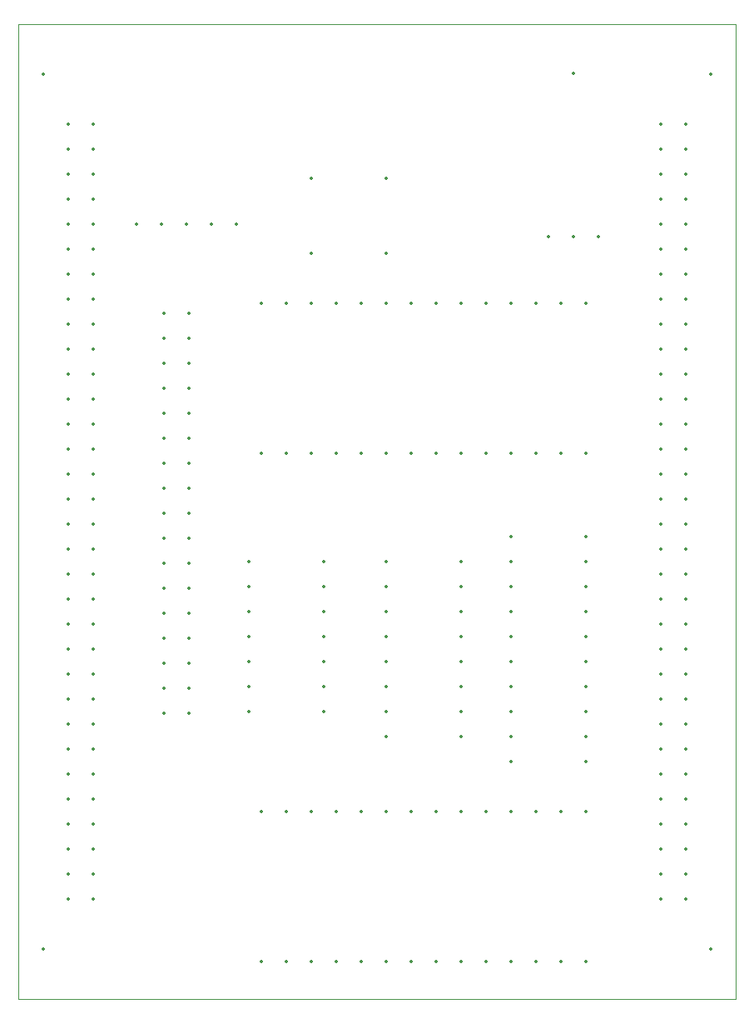
<source format=gbr>
%TF.GenerationSoftware,KiCad,Pcbnew,8.0.5+1*%
%TF.CreationDate,2024-11-07T11:26:01+01:00*%
%TF.ProjectId,QL_MiniTrump3,514c5f4d-696e-4695-9472-756d70332e6b,02*%
%TF.SameCoordinates,Original*%
%TF.FileFunction,Profile,NP*%
%FSLAX46Y46*%
G04 Gerber Fmt 4.6, Leading zero omitted, Abs format (unit mm)*
G04 Created by KiCad (PCBNEW 8.0.5+1) date 2024-11-07 11:26:01*
%MOMM*%
%LPD*%
G01*
G04 APERTURE LIST*
%TA.AperFunction,Profile*%
%ADD10C,0.050000*%
%TD*%
%ADD11C,0.350000*%
G04 APERTURE END LIST*
D10*
X201422000Y-44323000D02*
X128397000Y-44323000D01*
X201422000Y-143383000D02*
X201422000Y-44323000D01*
X128397000Y-44323000D02*
X128397000Y-143383000D01*
X128397000Y-143383000D02*
X201422000Y-143383000D01*
D11*
X184912000Y-49253000D03*
X182372000Y-65913000D03*
X184912000Y-65913000D03*
X187452000Y-65913000D03*
X153162000Y-139573000D03*
X155702000Y-139573000D03*
X158242000Y-139573000D03*
X160782000Y-139573000D03*
X163322000Y-139573000D03*
X165862000Y-139573000D03*
X168402000Y-139573000D03*
X170942000Y-139573000D03*
X173482000Y-139573000D03*
X176022000Y-139573000D03*
X178562000Y-139573000D03*
X181102000Y-139573000D03*
X183642000Y-139573000D03*
X186182000Y-139573000D03*
X186182000Y-124333000D03*
X183642000Y-124333000D03*
X181102000Y-124333000D03*
X178562000Y-124333000D03*
X176022000Y-124333000D03*
X173482000Y-124333000D03*
X170942000Y-124333000D03*
X168402000Y-124333000D03*
X165862000Y-124333000D03*
X163322000Y-124333000D03*
X160782000Y-124333000D03*
X158242000Y-124333000D03*
X155702000Y-124333000D03*
X153162000Y-124333000D03*
X130937000Y-138303000D03*
X130937000Y-49403000D03*
X133477000Y-54483000D03*
X133477000Y-57023000D03*
X133477000Y-59563000D03*
X133477000Y-62103000D03*
X133477000Y-64643000D03*
X133477000Y-67183000D03*
X133477000Y-69723000D03*
X133477000Y-72263000D03*
X133477000Y-74803000D03*
X133477000Y-77343000D03*
X133477000Y-79883000D03*
X133477000Y-82423000D03*
X133477000Y-84963000D03*
X133477000Y-87503000D03*
X133477000Y-90043000D03*
X133477000Y-92583000D03*
X133477000Y-95123000D03*
X133477000Y-97663000D03*
X133477000Y-100203000D03*
X133477000Y-102743000D03*
X133477000Y-105283000D03*
X133477000Y-107823000D03*
X133477000Y-110363000D03*
X133477000Y-112903000D03*
X133477000Y-115443000D03*
X133477000Y-117983000D03*
X133477000Y-120523000D03*
X133477000Y-123063000D03*
X133477000Y-125603000D03*
X133477000Y-128143000D03*
X133477000Y-130683000D03*
X133477000Y-133223000D03*
X136017000Y-54483000D03*
X136017000Y-57023000D03*
X136017000Y-59563000D03*
X136017000Y-62103000D03*
X136017000Y-64643000D03*
X136017000Y-67183000D03*
X136017000Y-69723000D03*
X136017000Y-72263000D03*
X136017000Y-74803000D03*
X136017000Y-77343000D03*
X136017000Y-79883000D03*
X136017000Y-82423000D03*
X136017000Y-84963000D03*
X136017000Y-87503000D03*
X136017000Y-90043000D03*
X136017000Y-92583000D03*
X136017000Y-95123000D03*
X136017000Y-97663000D03*
X136017000Y-100203000D03*
X136017000Y-102743000D03*
X136017000Y-105283000D03*
X136017000Y-107823000D03*
X136017000Y-110363000D03*
X136017000Y-112903000D03*
X136017000Y-115443000D03*
X136017000Y-117983000D03*
X136017000Y-120523000D03*
X136017000Y-123063000D03*
X136017000Y-125603000D03*
X136017000Y-128143000D03*
X136017000Y-130683000D03*
X136017000Y-133223000D03*
X145796000Y-114300000D03*
X143256000Y-114300000D03*
X145796000Y-111760000D03*
X143256000Y-111760000D03*
X145796000Y-109220000D03*
X143256000Y-109220000D03*
X145796000Y-106680000D03*
X143256000Y-106680000D03*
X145796000Y-104140000D03*
X143256000Y-104140000D03*
X145796000Y-101600000D03*
X143256000Y-101600000D03*
X145796000Y-99060000D03*
X143256000Y-99060000D03*
X145796000Y-96520000D03*
X143256000Y-96520000D03*
X145796000Y-93980000D03*
X143256000Y-93980000D03*
X145796000Y-91440000D03*
X143256000Y-91440000D03*
X145796000Y-88900000D03*
X143256000Y-88900000D03*
X145796000Y-86360000D03*
X143256000Y-86360000D03*
X145796000Y-83820000D03*
X143256000Y-83820000D03*
X145796000Y-81280000D03*
X143256000Y-81280000D03*
X145796000Y-78740000D03*
X143256000Y-78740000D03*
X145796000Y-76200000D03*
X143256000Y-76200000D03*
X145796000Y-73660000D03*
X143256000Y-73660000D03*
X198882000Y-49393000D03*
X198882000Y-138293000D03*
X196342000Y-54483000D03*
X196342000Y-57023000D03*
X196342000Y-59563000D03*
X196342000Y-62103000D03*
X196342000Y-64643000D03*
X196342000Y-67183000D03*
X196342000Y-69723000D03*
X196342000Y-72263000D03*
X196342000Y-74803000D03*
X196342000Y-77343000D03*
X196342000Y-79883000D03*
X196342000Y-82423000D03*
X196342000Y-84963000D03*
X196342000Y-87503000D03*
X196342000Y-90043000D03*
X196342000Y-92583000D03*
X196342000Y-95123000D03*
X196342000Y-97663000D03*
X196342000Y-100203000D03*
X196342000Y-102743000D03*
X196342000Y-105283000D03*
X196342000Y-107823000D03*
X196342000Y-110363000D03*
X196342000Y-112903000D03*
X196342000Y-115443000D03*
X196342000Y-117983000D03*
X196342000Y-120523000D03*
X196342000Y-123063000D03*
X196342000Y-125603000D03*
X196342000Y-128143000D03*
X196342000Y-130683000D03*
X196342000Y-133223000D03*
X193802000Y-54483000D03*
X193802000Y-57023000D03*
X193802000Y-59563000D03*
X193802000Y-62103000D03*
X193802000Y-64643000D03*
X193802000Y-67183000D03*
X193802000Y-69723000D03*
X193802000Y-72263000D03*
X193802000Y-74803000D03*
X193802000Y-77343000D03*
X193802000Y-79883000D03*
X193802000Y-82423000D03*
X193802000Y-84963000D03*
X193802000Y-87503000D03*
X193802000Y-90043000D03*
X193802000Y-92583000D03*
X193802000Y-95123000D03*
X193802000Y-97663000D03*
X193802000Y-100203000D03*
X193802000Y-102743000D03*
X193802000Y-105283000D03*
X193802000Y-107823000D03*
X193802000Y-110363000D03*
X193802000Y-112903000D03*
X193802000Y-115443000D03*
X193802000Y-117983000D03*
X193802000Y-120523000D03*
X193802000Y-123063000D03*
X193802000Y-125603000D03*
X193802000Y-128143000D03*
X193802000Y-130683000D03*
X193802000Y-133223000D03*
X153162000Y-87889000D03*
X155702000Y-87889000D03*
X158242000Y-87889000D03*
X160782000Y-87889000D03*
X163322000Y-87889000D03*
X165862000Y-87889000D03*
X168402000Y-87889000D03*
X170942000Y-87889000D03*
X173482000Y-87889000D03*
X176022000Y-87889000D03*
X178562000Y-87889000D03*
X181102000Y-87889000D03*
X183642000Y-87889000D03*
X186182000Y-87889000D03*
X186182000Y-72649000D03*
X183642000Y-72649000D03*
X181102000Y-72649000D03*
X178562000Y-72649000D03*
X176022000Y-72649000D03*
X173482000Y-72649000D03*
X170942000Y-72649000D03*
X168402000Y-72649000D03*
X165862000Y-72649000D03*
X163322000Y-72649000D03*
X160782000Y-72649000D03*
X158242000Y-72649000D03*
X155702000Y-72649000D03*
X153162000Y-72649000D03*
X186182000Y-119253000D03*
X186182000Y-116713000D03*
X186182000Y-114173000D03*
X186182000Y-111633000D03*
X186182000Y-109093000D03*
X186182000Y-106553000D03*
X186182000Y-104013000D03*
X186182000Y-101473000D03*
X186182000Y-98933000D03*
X186182000Y-96393000D03*
X178562000Y-96393000D03*
X178562000Y-98933000D03*
X178562000Y-101473000D03*
X178562000Y-104013000D03*
X178562000Y-106553000D03*
X178562000Y-109093000D03*
X178562000Y-111633000D03*
X178562000Y-114173000D03*
X178562000Y-116713000D03*
X178562000Y-119253000D03*
X173482000Y-116713000D03*
X173482000Y-114173000D03*
X173482000Y-111633000D03*
X173482000Y-109093000D03*
X173482000Y-106553000D03*
X173482000Y-104013000D03*
X173482000Y-101473000D03*
X173482000Y-98933000D03*
X165862000Y-98933000D03*
X165862000Y-101473000D03*
X165862000Y-104013000D03*
X165862000Y-106553000D03*
X165862000Y-109093000D03*
X165862000Y-111633000D03*
X165862000Y-114173000D03*
X165862000Y-116713000D03*
X159512000Y-114173000D03*
X159512000Y-111633000D03*
X159512000Y-109093000D03*
X159512000Y-106553000D03*
X159512000Y-104013000D03*
X159512000Y-101473000D03*
X159512000Y-98933000D03*
X151892000Y-98933000D03*
X151892000Y-101473000D03*
X151892000Y-104013000D03*
X151892000Y-106553000D03*
X151892000Y-109093000D03*
X151892000Y-111633000D03*
X151892000Y-114173000D03*
X158242000Y-59944000D03*
X158242000Y-67564000D03*
X165862000Y-67564000D03*
X165862000Y-59944000D03*
X150622000Y-64643000D03*
X148082000Y-64643000D03*
X145542000Y-64643000D03*
X143002000Y-64643000D03*
X140462000Y-64643000D03*
M02*

</source>
